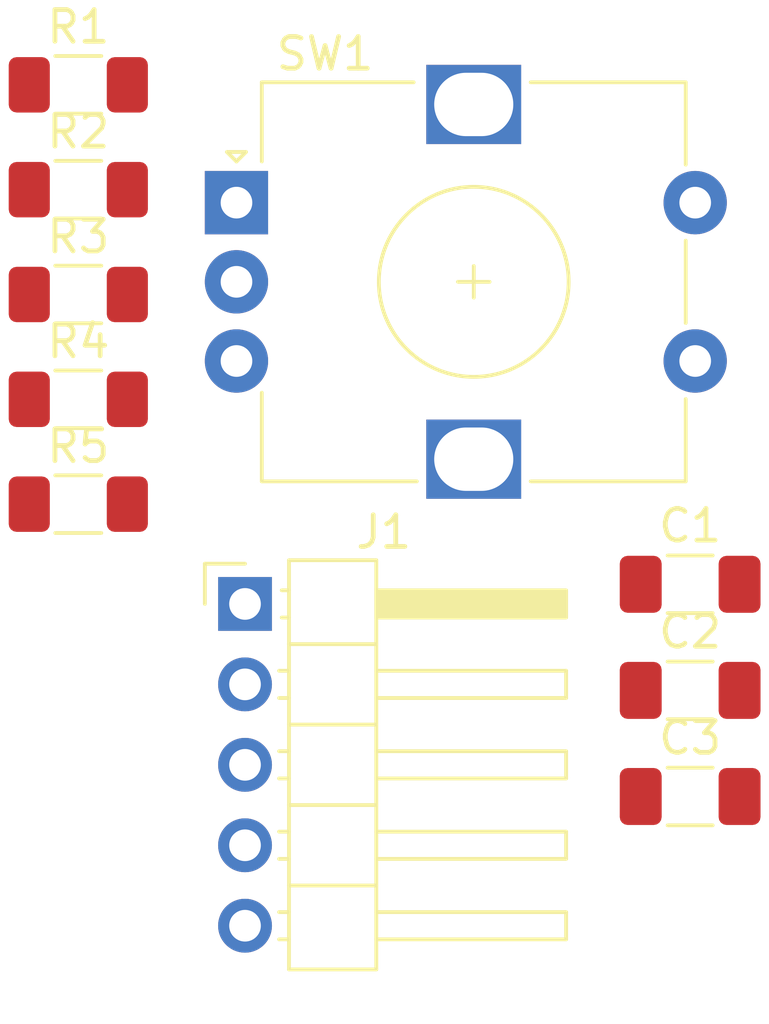
<source format=kicad_pcb>
(kicad_pcb (version 20241229) (generator "pcbnew") (generator_version "9.0")
  (layers (0 "F.Cu" signal) (2 "B.Cu" signal) (13 "F.Paste" user) (15 "B.Paste" user) (5 "F.SilkS" user "F.Silkscreen") (7 "B.SilkS" user "B.Silkscreen") (1 "F.Mask" user) (3 "B.Mask" user) (25 "Edge.Cuts" user))
  (net 0 "")
  (net 1 "Net-(J1-Pin_2)")
  (net 2 "GND")
  (net 3 "Net-(J1-Pin_3)")
  (net 4 "VCC")
  (net 5 "Net-(J1-Pin_4)")
  (net 6 "Net-(R2-Pad2)")
  (net 7 "Net-(R3-Pad2)")
  (footprint "Resistor_SMD:R_1206_3216Metric_Pad1.30x1.75mm_HandSolder" (layer "F.Cu") (at 80.7275 62.87)
    (property "Reference" "R4" (at 0 -1.83 0) (layer "F.SilkS"))
    (property "Value" "10k")
    (fp_line (start -0.727064 -0.91) (end 0.727064 -0.91) (stroke (width 0.12)) (layer "F.SilkS"))
    (fp_line (start -0.727064 0.91) (end 0.727064 0.91) (stroke (width 0.12)) (layer "F.SilkS"))
    (pad "1" smd roundrect (at -1.55 0) (size 1.3 1.75) (layers "F.Cu" "F.Mask" "F.Paste") (roundrect_rratio 0.192308) (net 6 "Net-(R2-Pad2)"))
    (pad "2" smd roundrect (at 1.55 0) (size 1.3 1.75) (layers "F.Cu" "F.Mask" "F.Paste") (roundrect_rratio 0.192308) (net 3 "Net-(J1-Pin_3)"))
  )
  (footprint "Rotary_Encoder:RotaryEncoder_Alps_EC12E-Switch_Vertical_H20mm" (layer "F.Cu") (at 85.7275 56.66)
    (property "Reference" "SW1" (at 2.8 -4.7 0) (layer "F.SilkS"))
    (property "Value" "EC11")
    (fp_line (start -0.3 -1.6) (end 0.3 -1.6) (stroke (width 0.12)) (layer "F.SilkS"))
    (fp_line (start 0 -1.3) (end -0.3 -1.6) (stroke (width 0.12)) (layer "F.SilkS"))
    (fp_line (start 0.3 -1.6) (end 0 -1.3) (stroke (width 0.12)) (layer "F.SilkS"))
    (fp_line (start 0.8 -3.8) (end 0.8 -1.3) (stroke (width 0.12)) (layer "F.SilkS"))
    (fp_line (start 0.8 8.8) (end 0.8 6) (stroke (width 0.12)) (layer "F.SilkS"))
    (fp_line (start 5.6 -3.8) (end 0.8 -3.8) (stroke (width 0.12)) (layer "F.SilkS"))
    (fp_line (start 5.7 8.8) (end 0.8 8.8) (stroke (width 0.12)) (layer "F.SilkS"))
    (fp_line (start 7 2.5) (end 8 2.5) (stroke (width 0.12)) (layer "F.SilkS"))
    (fp_line (start 7.5 2) (end 7.5 3) (stroke (width 0.12)) (layer "F.SilkS"))
    (fp_line (start 9.3 -3.8) (end 14.2 -3.8) (stroke (width 0.12)) (layer "F.SilkS"))
    (fp_line (start 14.2 -3.8) (end 14.2 -1.2) (stroke (width 0.12)) (layer "F.SilkS"))
    (fp_line (start 14.2 1.2) (end 14.2 3.8) (stroke (width 0.12)) (layer "F.SilkS"))
    (fp_line (start 14.2 6.2) (end 14.2 8.8) (stroke (width 0.12)) (layer "F.SilkS"))
    (fp_line (start 14.2 8.8) (end 9.3 8.8) (stroke (width 0.12)) (layer "F.SilkS"))
    (fp_circle (center 7.5 2.5) (end 10.5 2.5) (stroke (width 0.12)) (fill no) (layer "F.SilkS"))
    (pad "A" thru_hole rect (at 0 0) (size 2 2) (drill 1) (layers "*.Cu" "*.Mask") (net 7 "Net-(R3-Pad2)"))
    (pad "B" thru_hole circle (at 0 5) (size 2 2) (drill 1) (layers "*.Cu" "*.Mask") (net 6 "Net-(R2-Pad2)"))
    (pad "C" thru_hole circle (at 0 2.5) (size 2 2) (drill 1) (layers "*.Cu" "*.Mask") (net 2 "GND"))
    (pad "MP" thru_hole rect (at 7.5 -3.1) (size 3 2.5) (drill oval 2.5 2) (layers "*.Cu" "*.Mask"))
    (pad "MP" thru_hole rect (at 7.5 8.1) (size 3 2.5) (drill oval 2.5 2) (layers "*.Cu" "*.Mask"))
    (pad "S1" thru_hole circle (at 14.5 0) (size 2 2) (drill 1) (layers "*.Cu" "*.Mask") (net 2 "GND"))
    (pad "S2" thru_hole circle (at 14.5 5) (size 2 2) (drill 1) (layers "*.Cu" "*.Mask") (net 5 "Net-(J1-Pin_4)"))
  )
  (footprint "Capacitor_SMD:C_1206_3216Metric_Pad1.33x1.80mm_HandSolder" (layer "F.Cu") (at 100.0675 75.41)
    (property "Reference" "C3" (at 0 -1.85 0) (layer "F.SilkS"))
    (property "Value" "10n")
    (fp_line (start -0.711252 -0.91) (end 0.711252 -0.91) (stroke (width 0.12)) (layer "F.SilkS"))
    (fp_line (start -0.711252 0.91) (end 0.711252 0.91) (stroke (width 0.12)) (layer "F.SilkS"))
    (pad "1" smd roundrect (at -1.5625 0) (size 1.325 1.8) (layers "F.Cu" "F.Mask" "F.Paste") (roundrect_rratio 0.188679) (net 4 "VCC"))
    (pad "2" smd roundrect (at 1.5625 0) (size 1.325 1.8) (layers "F.Cu" "F.Mask" "F.Paste") (roundrect_rratio 0.188679) (net 2 "GND"))
  )
  (footprint "Capacitor_SMD:C_1206_3216Metric_Pad1.33x1.80mm_HandSolder" (layer "F.Cu") (at 100.0675 72.06)
    (property "Reference" "C2" (at 0 -1.85 0) (layer "F.SilkS"))
    (property "Value" "10n")
    (fp_line (start -0.711252 -0.91) (end 0.711252 -0.91) (stroke (width 0.12)) (layer "F.SilkS"))
    (fp_line (start -0.711252 0.91) (end 0.711252 0.91) (stroke (width 0.12)) (layer "F.SilkS"))
    (pad "1" smd roundrect (at -1.5625 0) (size 1.325 1.8) (layers "F.Cu" "F.Mask" "F.Paste") (roundrect_rratio 0.188679) (net 3 "Net-(J1-Pin_3)"))
    (pad "2" smd roundrect (at 1.5625 0) (size 1.325 1.8) (layers "F.Cu" "F.Mask" "F.Paste") (roundrect_rratio 0.188679) (net 2 "GND"))
  )
  (footprint "Resistor_SMD:R_1206_3216Metric_Pad1.30x1.75mm_HandSolder" (layer "F.Cu") (at 80.7275 56.25)
    (property "Reference" "R2" (at 0 -1.83 0) (layer "F.SilkS"))
    (property "Value" "10k")
    (fp_line (start -0.727064 -0.91) (end 0.727064 -0.91) (stroke (width 0.12)) (layer "F.SilkS"))
    (fp_line (start -0.727064 0.91) (end 0.727064 0.91) (stroke (width 0.12)) (layer "F.SilkS"))
    (pad "1" smd roundrect (at -1.55 0) (size 1.3 1.75) (layers "F.Cu" "F.Mask" "F.Paste") (roundrect_rratio 0.192308) (net 4 "VCC"))
    (pad "2" smd roundrect (at 1.55 0) (size 1.3 1.75) (layers "F.Cu" "F.Mask" "F.Paste") (roundrect_rratio 0.192308) (net 6 "Net-(R2-Pad2)"))
  )
  (footprint "Resistor_SMD:R_1206_3216Metric_Pad1.30x1.75mm_HandSolder" (layer "F.Cu") (at 80.7275 52.94)
    (property "Reference" "R1" (at 0 -1.83 0) (layer "F.SilkS"))
    (property "Value" "10k")
    (fp_line (start -0.727064 -0.91) (end 0.727064 -0.91) (stroke (width 0.12)) (layer "F.SilkS"))
    (fp_line (start -0.727064 0.91) (end 0.727064 0.91) (stroke (width 0.12)) (layer "F.SilkS"))
    (pad "1" smd roundrect (at -1.55 0) (size 1.3 1.75) (layers "F.Cu" "F.Mask" "F.Paste") (roundrect_rratio 0.192308) (net 4 "VCC"))
    (pad "2" smd roundrect (at 1.55 0) (size 1.3 1.75) (layers "F.Cu" "F.Mask" "F.Paste") (roundrect_rratio 0.192308) (net 5 "Net-(J1-Pin_4)"))
  )
  (footprint "Resistor_SMD:R_1206_3216Metric_Pad1.30x1.75mm_HandSolder" (layer "F.Cu") (at 80.7275 59.56)
    (property "Reference" "R3" (at 0 -1.83 0) (layer "F.SilkS"))
    (property "Value" "10k")
    (fp_line (start -0.727064 -0.91) (end 0.727064 -0.91) (stroke (width 0.12)) (layer "F.SilkS"))
    (fp_line (start -0.727064 0.91) (end 0.727064 0.91) (stroke (width 0.12)) (layer "F.SilkS"))
    (pad "1" smd roundrect (at -1.55 0) (size 1.3 1.75) (layers "F.Cu" "F.Mask" "F.Paste") (roundrect_rratio 0.192308) (net 4 "VCC"))
    (pad "2" smd roundrect (at 1.55 0) (size 1.3 1.75) (layers "F.Cu" "F.Mask" "F.Paste") (roundrect_rratio 0.192308) (net 7 "Net-(R3-Pad2)"))
  )
  (footprint "Capacitor_SMD:C_1206_3216Metric_Pad1.33x1.80mm_HandSolder" (layer "F.Cu") (at 100.0675 68.71)
    (property "Reference" "C1" (at 0 -1.85 0) (layer "F.SilkS"))
    (property "Value" "10n")
    (fp_line (start -0.711252 -0.91) (end 0.711252 -0.91) (stroke (width 0.12)) (layer "F.SilkS"))
    (fp_line (start -0.711252 0.91) (end 0.711252 0.91) (stroke (width 0.12)) (layer "F.SilkS"))
    (pad "1" smd roundrect (at -1.5625 0) (size 1.325 1.8) (layers "F.Cu" "F.Mask" "F.Paste") (roundrect_rratio 0.188679) (net 1 "Net-(J1-Pin_2)"))
    (pad "2" smd roundrect (at 1.5625 0) (size 1.325 1.8) (layers "F.Cu" "F.Mask" "F.Paste") (roundrect_rratio 0.188679) (net 2 "GND"))
  )
  (footprint "Connector_PinHeader_2.54mm:PinHeader_1x05_P2.54mm_Horizontal" (layer "F.Cu") (at 85.9975 69.33)
    (property "Reference" "J1" (at 4.385 -2.27 0) (layer "F.SilkS"))
    (property "Value" "Conn_01x05")
    (fp_line (start -1.27 -1.27) (end 0 -1.27) (stroke (width 0.12)) (layer "F.SilkS"))
    (fp_line (start -1.27 0) (end -1.27 -1.27) (stroke (width 0.12)) (layer "F.SilkS"))
    (fp_line (start 1.077358 2.11) (end 1.39 2.11) (stroke (width 0.12)) (layer "F.SilkS"))
    (fp_line (start 1.077358 2.97) (end 1.39 2.97) (stroke (width 0.12)) (layer "F.SilkS"))
    (fp_line (start 1.077358 4.65) (end 1.39 4.65) (stroke (width 0.12)) (layer "F.SilkS"))
    (fp_line (start 1.077358 5.51) (end 1.39 5.51) (stroke (width 0.12)) (layer "F.SilkS"))
    (fp_line (start 1.077358 7.19) (end 1.39 7.19) (stroke (width 0.12)) (layer "F.SilkS"))
    (fp_line (start 1.077358 8.05) (end 1.39 8.05) (stroke (width 0.12)) (layer "F.SilkS"))
    (fp_line (start 1.077358 9.73) (end 1.39 9.73) (stroke (width 0.12)) (layer "F.SilkS"))
    (fp_line (start 1.077358 10.59) (end 1.39 10.59) (stroke (width 0.12)) (layer "F.SilkS"))
    (fp_line (start 1.16 -0.43) (end 1.39 -0.43) (stroke (width 0.12)) (layer "F.SilkS"))
    (fp_line (start 1.16 0.43) (end 1.39 0.43) (stroke (width 0.12)) (layer "F.SilkS"))
    (fp_line (start 1.39 -1.38) (end 1.39 11.54) (stroke (width 0.12)) (layer "F.SilkS"))
    (fp_line (start 1.39 1.27) (end 4.15 1.27) (stroke (width 0.12)) (layer "F.SilkS"))
    (fp_line (start 1.39 3.81) (end 4.15 3.81) (stroke (width 0.12)) (layer "F.SilkS"))
    (fp_line (start 1.39 6.35) (end 4.15 6.35) (stroke (width 0.12)) (layer "F.SilkS"))
    (fp_line (start 1.39 8.89) (end 4.15 8.89) (stroke (width 0.12)) (layer "F.SilkS"))
    (fp_line (start 1.39 11.54) (end 4.15 11.54) (stroke (width 0.12)) (layer "F.SilkS"))
    (fp_line (start 4.15 -1.38) (end 1.39 -1.38) (stroke (width 0.12)) (layer "F.SilkS"))
    (fp_line (start 4.15 2.11) (end 10.15 2.11) (stroke (width 0.12)) (layer "F.SilkS"))
    (fp_line (start 4.15 4.65) (end 10.15 4.65) (stroke (width 0.12)) (layer "F.SilkS"))
    (fp_line (start 4.15 7.19) (end 10.15 7.19) (stroke (width 0.12)) (layer "F.SilkS"))
    (fp_line (start 4.15 9.73) (end 10.15 9.73) (stroke (width 0.12)) (layer "F.SilkS"))
    (fp_line (start 4.15 11.54) (end 4.15 -1.38) (stroke (width 0.12)) (layer "F.SilkS"))
    (fp_line (start 10.15 2.11) (end 10.15 2.97) (stroke (width 0.12)) (layer "F.SilkS"))
    (fp_line (start 10.15 2.97) (end 4.15 2.97) (stroke (width 0.12)) (layer "F.SilkS"))
    (fp_line (start 10.15 4.65) (end 10.15 5.51) (stroke (width 0.12)) (layer "F.SilkS"))
    (fp_line (start 10.15 5.51) (end 4.15 5.51) (stroke (width 0.12)) (layer "F.SilkS"))
    (fp_line (start 10.15 7.19) (end 10.15 8.05) (stroke (width 0.12)) (layer "F.SilkS"))
    (fp_line (start 10.15 8.05) (end 4.15 8.05) (stroke (width 0.12)) (layer "F.SilkS"))
    (fp_line (start 10.15 9.73) (end 10.15 10.59) (stroke (width 0.12)) (layer "F.SilkS"))
    (fp_line (start 10.15 10.59) (end 4.15 10.59) (stroke (width 0.12)) (layer "F.SilkS"))
    (fp_rect (start 4.15 -0.43) (end 10.15 0.43) (stroke (width 0.12)) (fill yes) (layer "F.SilkS"))
    (pad "1" thru_hole rect (at 0 0) (size 1.7 1.7) (drill 1) (layers "*.Cu" "*.Mask") (net 4 "VCC"))
    (pad "2" thru_hole circle (at 0 2.54) (size 1.7 1.7) (drill 1) (layers "*.Cu" "*.Mask") (net 1 "Net-(J1-Pin_2)"))
    (pad "3" thru_hole circle (at 0 5.08) (size 1.7 1.7) (drill 1) (layers "*.Cu" "*.Mask") (net 3 "Net-(J1-Pin_3)"))
    (pad "4" thru_hole circle (at 0 7.62) (size 1.7 1.7) (drill 1) (layers "*.Cu" "*.Mask") (net 5 "Net-(J1-Pin_4)"))
    (pad "5" thru_hole circle (at 0 10.16) (size 1.7 1.7) (drill 1) (layers "*.Cu" "*.Mask") (net 2 "GND"))
  )
  (footprint "Resistor_SMD:R_1206_3216Metric_Pad1.30x1.75mm_HandSolder" (layer "F.Cu") (at 80.7275 66.18)
    (property "Reference" "R5" (at 0 -1.83 0) (layer "F.SilkS"))
    (property "Value" "10k")
    (fp_line (start -0.727064 -0.91) (end 0.727064 -0.91) (stroke (width 0.12)) (layer "F.SilkS"))
    (fp_line (start -0.727064 0.91) (end 0.727064 0.91) (stroke (width 0.12)) (layer "F.SilkS"))
    (pad "1" smd roundrect (at -1.55 0) (size 1.3 1.75) (layers "F.Cu" "F.Mask" "F.Paste") (roundrect_rratio 0.192308) (net 1 "Net-(J1-Pin_2)"))
    (pad "2" smd roundrect (at 1.55 0) (size 1.3 1.75) (layers "F.Cu" "F.Mask" "F.Paste") (roundrect_rratio 0.192308) (net 7 "Net-(R3-Pad2)"))
  )
)
</source>
